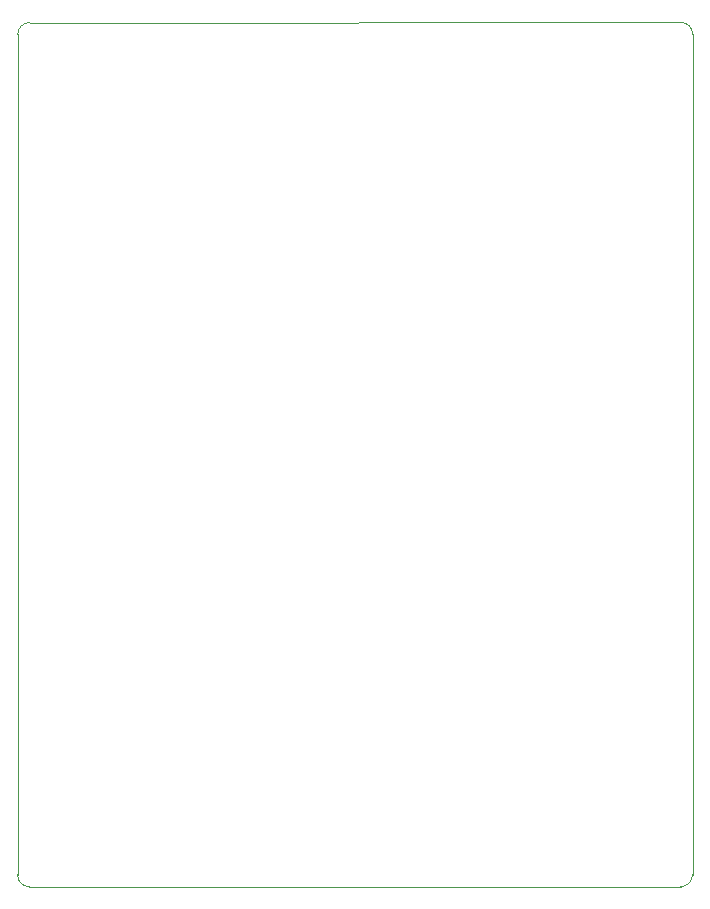
<source format=gbr>
%TF.GenerationSoftware,KiCad,Pcbnew,7.0.9*%
%TF.CreationDate,2024-01-11T15:45:20-05:00*%
%TF.ProjectId,AD7779_breakout,41443737-3739-45f6-9272-65616b6f7574,rev?*%
%TF.SameCoordinates,Original*%
%TF.FileFunction,Profile,NP*%
%FSLAX46Y46*%
G04 Gerber Fmt 4.6, Leading zero omitted, Abs format (unit mm)*
G04 Created by KiCad (PCBNEW 7.0.9) date 2024-01-11 15:45:20*
%MOMM*%
%LPD*%
G01*
G04 APERTURE LIST*
%TA.AperFunction,Profile*%
%ADD10C,0.100000*%
%TD*%
G04 APERTURE END LIST*
D10*
X126984000Y-148368000D02*
X127000000Y-77200000D01*
X183134000Y-149352000D02*
G75*
G03*
X184134000Y-148352000I0J1000000D01*
G01*
X184150000Y-77184000D02*
X184134000Y-148352000D01*
X128000000Y-76200000D02*
X183150000Y-76184000D01*
X128000000Y-76200000D02*
G75*
G03*
X127000000Y-77200000I0J-1000000D01*
G01*
X184150000Y-77184000D02*
G75*
G03*
X183150000Y-76184000I-1000000J0D01*
G01*
X126984000Y-148368000D02*
G75*
G03*
X127984000Y-149368000I1000000J0D01*
G01*
X183134000Y-149352000D02*
X127984000Y-149368000D01*
M02*

</source>
